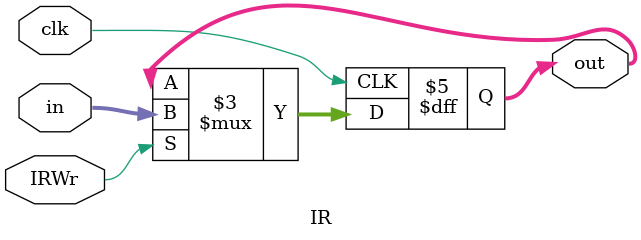
<source format=v>
module IR(
    input clk,IRWr,
    input [31:0] in,
    output reg [31:0] out
);

always @(negedge clk) begin
    if(IRWr) out <= in;
    else out <= out;
end

endmodule
</source>
